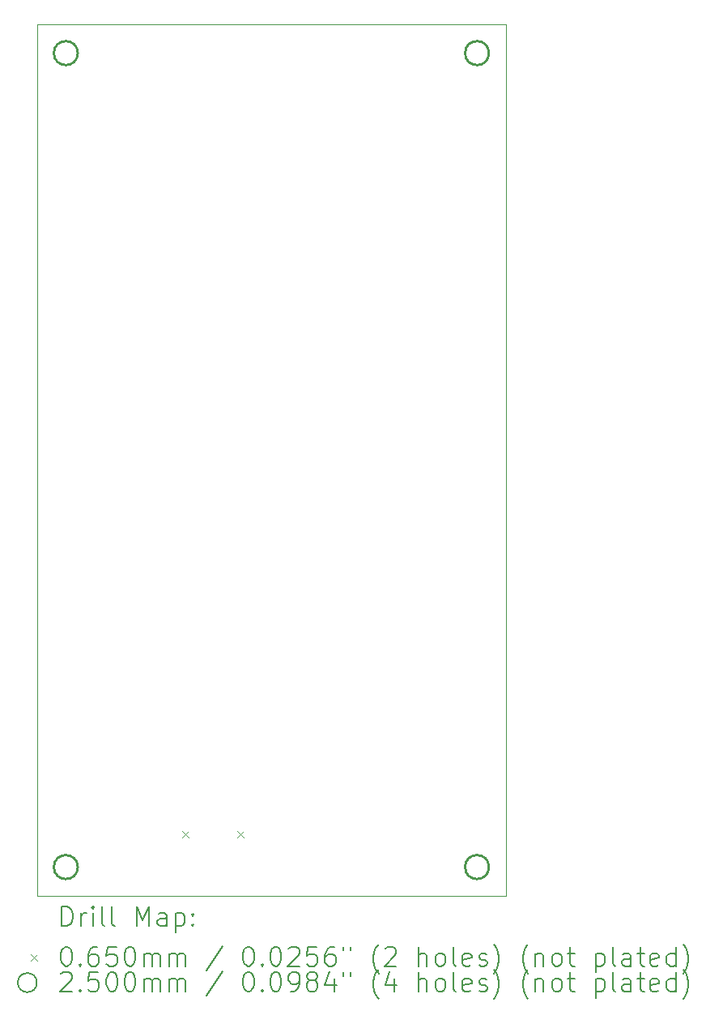
<source format=gbr>
%TF.GenerationSoftware,KiCad,Pcbnew,9.0.4*%
%TF.CreationDate,2025-08-31T12:15:00+02:00*%
%TF.ProjectId,tank_PCB,74616e6b-5f50-4434-922e-6b696361645f,rev?*%
%TF.SameCoordinates,Original*%
%TF.FileFunction,Drillmap*%
%TF.FilePolarity,Positive*%
%FSLAX45Y45*%
G04 Gerber Fmt 4.5, Leading zero omitted, Abs format (unit mm)*
G04 Created by KiCad (PCBNEW 9.0.4) date 2025-08-31 12:15:00*
%MOMM*%
%LPD*%
G01*
G04 APERTURE LIST*
%ADD10C,0.050000*%
%ADD11C,0.200000*%
%ADD12C,0.100000*%
%ADD13C,0.250000*%
G04 APERTURE END LIST*
D10*
X6000000Y-9000000D02*
X10900000Y-9000000D01*
X10900000Y-18100000D01*
X6000000Y-18100000D01*
X6000000Y-9000000D01*
D11*
D12*
X7518500Y-17424500D02*
X7583500Y-17489500D01*
X7583500Y-17424500D02*
X7518500Y-17489500D01*
X8096500Y-17424500D02*
X8161500Y-17489500D01*
X8161500Y-17424500D02*
X8096500Y-17489500D01*
D13*
X6425000Y-9300000D02*
G75*
G02*
X6175000Y-9300000I-125000J0D01*
G01*
X6175000Y-9300000D02*
G75*
G02*
X6425000Y-9300000I125000J0D01*
G01*
X6425000Y-17800000D02*
G75*
G02*
X6175000Y-17800000I-125000J0D01*
G01*
X6175000Y-17800000D02*
G75*
G02*
X6425000Y-17800000I125000J0D01*
G01*
X10725000Y-9300000D02*
G75*
G02*
X10475000Y-9300000I-125000J0D01*
G01*
X10475000Y-9300000D02*
G75*
G02*
X10725000Y-9300000I125000J0D01*
G01*
X10725000Y-17800000D02*
G75*
G02*
X10475000Y-17800000I-125000J0D01*
G01*
X10475000Y-17800000D02*
G75*
G02*
X10725000Y-17800000I125000J0D01*
G01*
D11*
X6258277Y-18413984D02*
X6258277Y-18213984D01*
X6258277Y-18213984D02*
X6305896Y-18213984D01*
X6305896Y-18213984D02*
X6334467Y-18223508D01*
X6334467Y-18223508D02*
X6353515Y-18242555D01*
X6353515Y-18242555D02*
X6363039Y-18261603D01*
X6363039Y-18261603D02*
X6372562Y-18299698D01*
X6372562Y-18299698D02*
X6372562Y-18328270D01*
X6372562Y-18328270D02*
X6363039Y-18366365D01*
X6363039Y-18366365D02*
X6353515Y-18385412D01*
X6353515Y-18385412D02*
X6334467Y-18404460D01*
X6334467Y-18404460D02*
X6305896Y-18413984D01*
X6305896Y-18413984D02*
X6258277Y-18413984D01*
X6458277Y-18413984D02*
X6458277Y-18280650D01*
X6458277Y-18318746D02*
X6467801Y-18299698D01*
X6467801Y-18299698D02*
X6477324Y-18290174D01*
X6477324Y-18290174D02*
X6496372Y-18280650D01*
X6496372Y-18280650D02*
X6515420Y-18280650D01*
X6582086Y-18413984D02*
X6582086Y-18280650D01*
X6582086Y-18213984D02*
X6572562Y-18223508D01*
X6572562Y-18223508D02*
X6582086Y-18233031D01*
X6582086Y-18233031D02*
X6591610Y-18223508D01*
X6591610Y-18223508D02*
X6582086Y-18213984D01*
X6582086Y-18213984D02*
X6582086Y-18233031D01*
X6705896Y-18413984D02*
X6686848Y-18404460D01*
X6686848Y-18404460D02*
X6677324Y-18385412D01*
X6677324Y-18385412D02*
X6677324Y-18213984D01*
X6810658Y-18413984D02*
X6791610Y-18404460D01*
X6791610Y-18404460D02*
X6782086Y-18385412D01*
X6782086Y-18385412D02*
X6782086Y-18213984D01*
X7039229Y-18413984D02*
X7039229Y-18213984D01*
X7039229Y-18213984D02*
X7105896Y-18356841D01*
X7105896Y-18356841D02*
X7172562Y-18213984D01*
X7172562Y-18213984D02*
X7172562Y-18413984D01*
X7353515Y-18413984D02*
X7353515Y-18309222D01*
X7353515Y-18309222D02*
X7343991Y-18290174D01*
X7343991Y-18290174D02*
X7324943Y-18280650D01*
X7324943Y-18280650D02*
X7286848Y-18280650D01*
X7286848Y-18280650D02*
X7267801Y-18290174D01*
X7353515Y-18404460D02*
X7334467Y-18413984D01*
X7334467Y-18413984D02*
X7286848Y-18413984D01*
X7286848Y-18413984D02*
X7267801Y-18404460D01*
X7267801Y-18404460D02*
X7258277Y-18385412D01*
X7258277Y-18385412D02*
X7258277Y-18366365D01*
X7258277Y-18366365D02*
X7267801Y-18347317D01*
X7267801Y-18347317D02*
X7286848Y-18337793D01*
X7286848Y-18337793D02*
X7334467Y-18337793D01*
X7334467Y-18337793D02*
X7353515Y-18328270D01*
X7448753Y-18280650D02*
X7448753Y-18480650D01*
X7448753Y-18290174D02*
X7467801Y-18280650D01*
X7467801Y-18280650D02*
X7505896Y-18280650D01*
X7505896Y-18280650D02*
X7524943Y-18290174D01*
X7524943Y-18290174D02*
X7534467Y-18299698D01*
X7534467Y-18299698D02*
X7543991Y-18318746D01*
X7543991Y-18318746D02*
X7543991Y-18375889D01*
X7543991Y-18375889D02*
X7534467Y-18394936D01*
X7534467Y-18394936D02*
X7524943Y-18404460D01*
X7524943Y-18404460D02*
X7505896Y-18413984D01*
X7505896Y-18413984D02*
X7467801Y-18413984D01*
X7467801Y-18413984D02*
X7448753Y-18404460D01*
X7629705Y-18394936D02*
X7639229Y-18404460D01*
X7639229Y-18404460D02*
X7629705Y-18413984D01*
X7629705Y-18413984D02*
X7620182Y-18404460D01*
X7620182Y-18404460D02*
X7629705Y-18394936D01*
X7629705Y-18394936D02*
X7629705Y-18413984D01*
X7629705Y-18290174D02*
X7639229Y-18299698D01*
X7639229Y-18299698D02*
X7629705Y-18309222D01*
X7629705Y-18309222D02*
X7620182Y-18299698D01*
X7620182Y-18299698D02*
X7629705Y-18290174D01*
X7629705Y-18290174D02*
X7629705Y-18309222D01*
D12*
X5932500Y-18710000D02*
X5997500Y-18775000D01*
X5997500Y-18710000D02*
X5932500Y-18775000D01*
D11*
X6296372Y-18633984D02*
X6315420Y-18633984D01*
X6315420Y-18633984D02*
X6334467Y-18643508D01*
X6334467Y-18643508D02*
X6343991Y-18653031D01*
X6343991Y-18653031D02*
X6353515Y-18672079D01*
X6353515Y-18672079D02*
X6363039Y-18710174D01*
X6363039Y-18710174D02*
X6363039Y-18757793D01*
X6363039Y-18757793D02*
X6353515Y-18795889D01*
X6353515Y-18795889D02*
X6343991Y-18814936D01*
X6343991Y-18814936D02*
X6334467Y-18824460D01*
X6334467Y-18824460D02*
X6315420Y-18833984D01*
X6315420Y-18833984D02*
X6296372Y-18833984D01*
X6296372Y-18833984D02*
X6277324Y-18824460D01*
X6277324Y-18824460D02*
X6267801Y-18814936D01*
X6267801Y-18814936D02*
X6258277Y-18795889D01*
X6258277Y-18795889D02*
X6248753Y-18757793D01*
X6248753Y-18757793D02*
X6248753Y-18710174D01*
X6248753Y-18710174D02*
X6258277Y-18672079D01*
X6258277Y-18672079D02*
X6267801Y-18653031D01*
X6267801Y-18653031D02*
X6277324Y-18643508D01*
X6277324Y-18643508D02*
X6296372Y-18633984D01*
X6448753Y-18814936D02*
X6458277Y-18824460D01*
X6458277Y-18824460D02*
X6448753Y-18833984D01*
X6448753Y-18833984D02*
X6439229Y-18824460D01*
X6439229Y-18824460D02*
X6448753Y-18814936D01*
X6448753Y-18814936D02*
X6448753Y-18833984D01*
X6629705Y-18633984D02*
X6591610Y-18633984D01*
X6591610Y-18633984D02*
X6572562Y-18643508D01*
X6572562Y-18643508D02*
X6563039Y-18653031D01*
X6563039Y-18653031D02*
X6543991Y-18681603D01*
X6543991Y-18681603D02*
X6534467Y-18719698D01*
X6534467Y-18719698D02*
X6534467Y-18795889D01*
X6534467Y-18795889D02*
X6543991Y-18814936D01*
X6543991Y-18814936D02*
X6553515Y-18824460D01*
X6553515Y-18824460D02*
X6572562Y-18833984D01*
X6572562Y-18833984D02*
X6610658Y-18833984D01*
X6610658Y-18833984D02*
X6629705Y-18824460D01*
X6629705Y-18824460D02*
X6639229Y-18814936D01*
X6639229Y-18814936D02*
X6648753Y-18795889D01*
X6648753Y-18795889D02*
X6648753Y-18748270D01*
X6648753Y-18748270D02*
X6639229Y-18729222D01*
X6639229Y-18729222D02*
X6629705Y-18719698D01*
X6629705Y-18719698D02*
X6610658Y-18710174D01*
X6610658Y-18710174D02*
X6572562Y-18710174D01*
X6572562Y-18710174D02*
X6553515Y-18719698D01*
X6553515Y-18719698D02*
X6543991Y-18729222D01*
X6543991Y-18729222D02*
X6534467Y-18748270D01*
X6829705Y-18633984D02*
X6734467Y-18633984D01*
X6734467Y-18633984D02*
X6724943Y-18729222D01*
X6724943Y-18729222D02*
X6734467Y-18719698D01*
X6734467Y-18719698D02*
X6753515Y-18710174D01*
X6753515Y-18710174D02*
X6801134Y-18710174D01*
X6801134Y-18710174D02*
X6820182Y-18719698D01*
X6820182Y-18719698D02*
X6829705Y-18729222D01*
X6829705Y-18729222D02*
X6839229Y-18748270D01*
X6839229Y-18748270D02*
X6839229Y-18795889D01*
X6839229Y-18795889D02*
X6829705Y-18814936D01*
X6829705Y-18814936D02*
X6820182Y-18824460D01*
X6820182Y-18824460D02*
X6801134Y-18833984D01*
X6801134Y-18833984D02*
X6753515Y-18833984D01*
X6753515Y-18833984D02*
X6734467Y-18824460D01*
X6734467Y-18824460D02*
X6724943Y-18814936D01*
X6963039Y-18633984D02*
X6982086Y-18633984D01*
X6982086Y-18633984D02*
X7001134Y-18643508D01*
X7001134Y-18643508D02*
X7010658Y-18653031D01*
X7010658Y-18653031D02*
X7020182Y-18672079D01*
X7020182Y-18672079D02*
X7029705Y-18710174D01*
X7029705Y-18710174D02*
X7029705Y-18757793D01*
X7029705Y-18757793D02*
X7020182Y-18795889D01*
X7020182Y-18795889D02*
X7010658Y-18814936D01*
X7010658Y-18814936D02*
X7001134Y-18824460D01*
X7001134Y-18824460D02*
X6982086Y-18833984D01*
X6982086Y-18833984D02*
X6963039Y-18833984D01*
X6963039Y-18833984D02*
X6943991Y-18824460D01*
X6943991Y-18824460D02*
X6934467Y-18814936D01*
X6934467Y-18814936D02*
X6924943Y-18795889D01*
X6924943Y-18795889D02*
X6915420Y-18757793D01*
X6915420Y-18757793D02*
X6915420Y-18710174D01*
X6915420Y-18710174D02*
X6924943Y-18672079D01*
X6924943Y-18672079D02*
X6934467Y-18653031D01*
X6934467Y-18653031D02*
X6943991Y-18643508D01*
X6943991Y-18643508D02*
X6963039Y-18633984D01*
X7115420Y-18833984D02*
X7115420Y-18700650D01*
X7115420Y-18719698D02*
X7124943Y-18710174D01*
X7124943Y-18710174D02*
X7143991Y-18700650D01*
X7143991Y-18700650D02*
X7172563Y-18700650D01*
X7172563Y-18700650D02*
X7191610Y-18710174D01*
X7191610Y-18710174D02*
X7201134Y-18729222D01*
X7201134Y-18729222D02*
X7201134Y-18833984D01*
X7201134Y-18729222D02*
X7210658Y-18710174D01*
X7210658Y-18710174D02*
X7229705Y-18700650D01*
X7229705Y-18700650D02*
X7258277Y-18700650D01*
X7258277Y-18700650D02*
X7277324Y-18710174D01*
X7277324Y-18710174D02*
X7286848Y-18729222D01*
X7286848Y-18729222D02*
X7286848Y-18833984D01*
X7382086Y-18833984D02*
X7382086Y-18700650D01*
X7382086Y-18719698D02*
X7391610Y-18710174D01*
X7391610Y-18710174D02*
X7410658Y-18700650D01*
X7410658Y-18700650D02*
X7439229Y-18700650D01*
X7439229Y-18700650D02*
X7458277Y-18710174D01*
X7458277Y-18710174D02*
X7467801Y-18729222D01*
X7467801Y-18729222D02*
X7467801Y-18833984D01*
X7467801Y-18729222D02*
X7477324Y-18710174D01*
X7477324Y-18710174D02*
X7496372Y-18700650D01*
X7496372Y-18700650D02*
X7524943Y-18700650D01*
X7524943Y-18700650D02*
X7543991Y-18710174D01*
X7543991Y-18710174D02*
X7553515Y-18729222D01*
X7553515Y-18729222D02*
X7553515Y-18833984D01*
X7943991Y-18624460D02*
X7772563Y-18881603D01*
X8201134Y-18633984D02*
X8220182Y-18633984D01*
X8220182Y-18633984D02*
X8239229Y-18643508D01*
X8239229Y-18643508D02*
X8248753Y-18653031D01*
X8248753Y-18653031D02*
X8258277Y-18672079D01*
X8258277Y-18672079D02*
X8267801Y-18710174D01*
X8267801Y-18710174D02*
X8267801Y-18757793D01*
X8267801Y-18757793D02*
X8258277Y-18795889D01*
X8258277Y-18795889D02*
X8248753Y-18814936D01*
X8248753Y-18814936D02*
X8239229Y-18824460D01*
X8239229Y-18824460D02*
X8220182Y-18833984D01*
X8220182Y-18833984D02*
X8201134Y-18833984D01*
X8201134Y-18833984D02*
X8182086Y-18824460D01*
X8182086Y-18824460D02*
X8172563Y-18814936D01*
X8172563Y-18814936D02*
X8163039Y-18795889D01*
X8163039Y-18795889D02*
X8153515Y-18757793D01*
X8153515Y-18757793D02*
X8153515Y-18710174D01*
X8153515Y-18710174D02*
X8163039Y-18672079D01*
X8163039Y-18672079D02*
X8172563Y-18653031D01*
X8172563Y-18653031D02*
X8182086Y-18643508D01*
X8182086Y-18643508D02*
X8201134Y-18633984D01*
X8353515Y-18814936D02*
X8363039Y-18824460D01*
X8363039Y-18824460D02*
X8353515Y-18833984D01*
X8353515Y-18833984D02*
X8343991Y-18824460D01*
X8343991Y-18824460D02*
X8353515Y-18814936D01*
X8353515Y-18814936D02*
X8353515Y-18833984D01*
X8486848Y-18633984D02*
X8505896Y-18633984D01*
X8505896Y-18633984D02*
X8524944Y-18643508D01*
X8524944Y-18643508D02*
X8534468Y-18653031D01*
X8534468Y-18653031D02*
X8543991Y-18672079D01*
X8543991Y-18672079D02*
X8553515Y-18710174D01*
X8553515Y-18710174D02*
X8553515Y-18757793D01*
X8553515Y-18757793D02*
X8543991Y-18795889D01*
X8543991Y-18795889D02*
X8534468Y-18814936D01*
X8534468Y-18814936D02*
X8524944Y-18824460D01*
X8524944Y-18824460D02*
X8505896Y-18833984D01*
X8505896Y-18833984D02*
X8486848Y-18833984D01*
X8486848Y-18833984D02*
X8467801Y-18824460D01*
X8467801Y-18824460D02*
X8458277Y-18814936D01*
X8458277Y-18814936D02*
X8448753Y-18795889D01*
X8448753Y-18795889D02*
X8439229Y-18757793D01*
X8439229Y-18757793D02*
X8439229Y-18710174D01*
X8439229Y-18710174D02*
X8448753Y-18672079D01*
X8448753Y-18672079D02*
X8458277Y-18653031D01*
X8458277Y-18653031D02*
X8467801Y-18643508D01*
X8467801Y-18643508D02*
X8486848Y-18633984D01*
X8629706Y-18653031D02*
X8639229Y-18643508D01*
X8639229Y-18643508D02*
X8658277Y-18633984D01*
X8658277Y-18633984D02*
X8705896Y-18633984D01*
X8705896Y-18633984D02*
X8724944Y-18643508D01*
X8724944Y-18643508D02*
X8734468Y-18653031D01*
X8734468Y-18653031D02*
X8743991Y-18672079D01*
X8743991Y-18672079D02*
X8743991Y-18691127D01*
X8743991Y-18691127D02*
X8734468Y-18719698D01*
X8734468Y-18719698D02*
X8620182Y-18833984D01*
X8620182Y-18833984D02*
X8743991Y-18833984D01*
X8924944Y-18633984D02*
X8829706Y-18633984D01*
X8829706Y-18633984D02*
X8820182Y-18729222D01*
X8820182Y-18729222D02*
X8829706Y-18719698D01*
X8829706Y-18719698D02*
X8848753Y-18710174D01*
X8848753Y-18710174D02*
X8896372Y-18710174D01*
X8896372Y-18710174D02*
X8915420Y-18719698D01*
X8915420Y-18719698D02*
X8924944Y-18729222D01*
X8924944Y-18729222D02*
X8934468Y-18748270D01*
X8934468Y-18748270D02*
X8934468Y-18795889D01*
X8934468Y-18795889D02*
X8924944Y-18814936D01*
X8924944Y-18814936D02*
X8915420Y-18824460D01*
X8915420Y-18824460D02*
X8896372Y-18833984D01*
X8896372Y-18833984D02*
X8848753Y-18833984D01*
X8848753Y-18833984D02*
X8829706Y-18824460D01*
X8829706Y-18824460D02*
X8820182Y-18814936D01*
X9105896Y-18633984D02*
X9067801Y-18633984D01*
X9067801Y-18633984D02*
X9048753Y-18643508D01*
X9048753Y-18643508D02*
X9039229Y-18653031D01*
X9039229Y-18653031D02*
X9020182Y-18681603D01*
X9020182Y-18681603D02*
X9010658Y-18719698D01*
X9010658Y-18719698D02*
X9010658Y-18795889D01*
X9010658Y-18795889D02*
X9020182Y-18814936D01*
X9020182Y-18814936D02*
X9029706Y-18824460D01*
X9029706Y-18824460D02*
X9048753Y-18833984D01*
X9048753Y-18833984D02*
X9086849Y-18833984D01*
X9086849Y-18833984D02*
X9105896Y-18824460D01*
X9105896Y-18824460D02*
X9115420Y-18814936D01*
X9115420Y-18814936D02*
X9124944Y-18795889D01*
X9124944Y-18795889D02*
X9124944Y-18748270D01*
X9124944Y-18748270D02*
X9115420Y-18729222D01*
X9115420Y-18729222D02*
X9105896Y-18719698D01*
X9105896Y-18719698D02*
X9086849Y-18710174D01*
X9086849Y-18710174D02*
X9048753Y-18710174D01*
X9048753Y-18710174D02*
X9029706Y-18719698D01*
X9029706Y-18719698D02*
X9020182Y-18729222D01*
X9020182Y-18729222D02*
X9010658Y-18748270D01*
X9201134Y-18633984D02*
X9201134Y-18672079D01*
X9277325Y-18633984D02*
X9277325Y-18672079D01*
X9572563Y-18910174D02*
X9563039Y-18900650D01*
X9563039Y-18900650D02*
X9543991Y-18872079D01*
X9543991Y-18872079D02*
X9534468Y-18853031D01*
X9534468Y-18853031D02*
X9524944Y-18824460D01*
X9524944Y-18824460D02*
X9515420Y-18776841D01*
X9515420Y-18776841D02*
X9515420Y-18738746D01*
X9515420Y-18738746D02*
X9524944Y-18691127D01*
X9524944Y-18691127D02*
X9534468Y-18662555D01*
X9534468Y-18662555D02*
X9543991Y-18643508D01*
X9543991Y-18643508D02*
X9563039Y-18614936D01*
X9563039Y-18614936D02*
X9572563Y-18605412D01*
X9639230Y-18653031D02*
X9648753Y-18643508D01*
X9648753Y-18643508D02*
X9667801Y-18633984D01*
X9667801Y-18633984D02*
X9715420Y-18633984D01*
X9715420Y-18633984D02*
X9734468Y-18643508D01*
X9734468Y-18643508D02*
X9743991Y-18653031D01*
X9743991Y-18653031D02*
X9753515Y-18672079D01*
X9753515Y-18672079D02*
X9753515Y-18691127D01*
X9753515Y-18691127D02*
X9743991Y-18719698D01*
X9743991Y-18719698D02*
X9629706Y-18833984D01*
X9629706Y-18833984D02*
X9753515Y-18833984D01*
X9991611Y-18833984D02*
X9991611Y-18633984D01*
X10077325Y-18833984D02*
X10077325Y-18729222D01*
X10077325Y-18729222D02*
X10067801Y-18710174D01*
X10067801Y-18710174D02*
X10048753Y-18700650D01*
X10048753Y-18700650D02*
X10020182Y-18700650D01*
X10020182Y-18700650D02*
X10001134Y-18710174D01*
X10001134Y-18710174D02*
X9991611Y-18719698D01*
X10201134Y-18833984D02*
X10182087Y-18824460D01*
X10182087Y-18824460D02*
X10172563Y-18814936D01*
X10172563Y-18814936D02*
X10163039Y-18795889D01*
X10163039Y-18795889D02*
X10163039Y-18738746D01*
X10163039Y-18738746D02*
X10172563Y-18719698D01*
X10172563Y-18719698D02*
X10182087Y-18710174D01*
X10182087Y-18710174D02*
X10201134Y-18700650D01*
X10201134Y-18700650D02*
X10229706Y-18700650D01*
X10229706Y-18700650D02*
X10248753Y-18710174D01*
X10248753Y-18710174D02*
X10258277Y-18719698D01*
X10258277Y-18719698D02*
X10267801Y-18738746D01*
X10267801Y-18738746D02*
X10267801Y-18795889D01*
X10267801Y-18795889D02*
X10258277Y-18814936D01*
X10258277Y-18814936D02*
X10248753Y-18824460D01*
X10248753Y-18824460D02*
X10229706Y-18833984D01*
X10229706Y-18833984D02*
X10201134Y-18833984D01*
X10382087Y-18833984D02*
X10363039Y-18824460D01*
X10363039Y-18824460D02*
X10353515Y-18805412D01*
X10353515Y-18805412D02*
X10353515Y-18633984D01*
X10534468Y-18824460D02*
X10515420Y-18833984D01*
X10515420Y-18833984D02*
X10477325Y-18833984D01*
X10477325Y-18833984D02*
X10458277Y-18824460D01*
X10458277Y-18824460D02*
X10448753Y-18805412D01*
X10448753Y-18805412D02*
X10448753Y-18729222D01*
X10448753Y-18729222D02*
X10458277Y-18710174D01*
X10458277Y-18710174D02*
X10477325Y-18700650D01*
X10477325Y-18700650D02*
X10515420Y-18700650D01*
X10515420Y-18700650D02*
X10534468Y-18710174D01*
X10534468Y-18710174D02*
X10543992Y-18729222D01*
X10543992Y-18729222D02*
X10543992Y-18748270D01*
X10543992Y-18748270D02*
X10448753Y-18767317D01*
X10620182Y-18824460D02*
X10639230Y-18833984D01*
X10639230Y-18833984D02*
X10677325Y-18833984D01*
X10677325Y-18833984D02*
X10696373Y-18824460D01*
X10696373Y-18824460D02*
X10705896Y-18805412D01*
X10705896Y-18805412D02*
X10705896Y-18795889D01*
X10705896Y-18795889D02*
X10696373Y-18776841D01*
X10696373Y-18776841D02*
X10677325Y-18767317D01*
X10677325Y-18767317D02*
X10648753Y-18767317D01*
X10648753Y-18767317D02*
X10629706Y-18757793D01*
X10629706Y-18757793D02*
X10620182Y-18738746D01*
X10620182Y-18738746D02*
X10620182Y-18729222D01*
X10620182Y-18729222D02*
X10629706Y-18710174D01*
X10629706Y-18710174D02*
X10648753Y-18700650D01*
X10648753Y-18700650D02*
X10677325Y-18700650D01*
X10677325Y-18700650D02*
X10696373Y-18710174D01*
X10772563Y-18910174D02*
X10782087Y-18900650D01*
X10782087Y-18900650D02*
X10801134Y-18872079D01*
X10801134Y-18872079D02*
X10810658Y-18853031D01*
X10810658Y-18853031D02*
X10820182Y-18824460D01*
X10820182Y-18824460D02*
X10829706Y-18776841D01*
X10829706Y-18776841D02*
X10829706Y-18738746D01*
X10829706Y-18738746D02*
X10820182Y-18691127D01*
X10820182Y-18691127D02*
X10810658Y-18662555D01*
X10810658Y-18662555D02*
X10801134Y-18643508D01*
X10801134Y-18643508D02*
X10782087Y-18614936D01*
X10782087Y-18614936D02*
X10772563Y-18605412D01*
X11134468Y-18910174D02*
X11124944Y-18900650D01*
X11124944Y-18900650D02*
X11105896Y-18872079D01*
X11105896Y-18872079D02*
X11096373Y-18853031D01*
X11096373Y-18853031D02*
X11086849Y-18824460D01*
X11086849Y-18824460D02*
X11077325Y-18776841D01*
X11077325Y-18776841D02*
X11077325Y-18738746D01*
X11077325Y-18738746D02*
X11086849Y-18691127D01*
X11086849Y-18691127D02*
X11096373Y-18662555D01*
X11096373Y-18662555D02*
X11105896Y-18643508D01*
X11105896Y-18643508D02*
X11124944Y-18614936D01*
X11124944Y-18614936D02*
X11134468Y-18605412D01*
X11210658Y-18700650D02*
X11210658Y-18833984D01*
X11210658Y-18719698D02*
X11220182Y-18710174D01*
X11220182Y-18710174D02*
X11239230Y-18700650D01*
X11239230Y-18700650D02*
X11267801Y-18700650D01*
X11267801Y-18700650D02*
X11286849Y-18710174D01*
X11286849Y-18710174D02*
X11296372Y-18729222D01*
X11296372Y-18729222D02*
X11296372Y-18833984D01*
X11420182Y-18833984D02*
X11401134Y-18824460D01*
X11401134Y-18824460D02*
X11391611Y-18814936D01*
X11391611Y-18814936D02*
X11382087Y-18795889D01*
X11382087Y-18795889D02*
X11382087Y-18738746D01*
X11382087Y-18738746D02*
X11391611Y-18719698D01*
X11391611Y-18719698D02*
X11401134Y-18710174D01*
X11401134Y-18710174D02*
X11420182Y-18700650D01*
X11420182Y-18700650D02*
X11448753Y-18700650D01*
X11448753Y-18700650D02*
X11467801Y-18710174D01*
X11467801Y-18710174D02*
X11477325Y-18719698D01*
X11477325Y-18719698D02*
X11486849Y-18738746D01*
X11486849Y-18738746D02*
X11486849Y-18795889D01*
X11486849Y-18795889D02*
X11477325Y-18814936D01*
X11477325Y-18814936D02*
X11467801Y-18824460D01*
X11467801Y-18824460D02*
X11448753Y-18833984D01*
X11448753Y-18833984D02*
X11420182Y-18833984D01*
X11543992Y-18700650D02*
X11620182Y-18700650D01*
X11572563Y-18633984D02*
X11572563Y-18805412D01*
X11572563Y-18805412D02*
X11582087Y-18824460D01*
X11582087Y-18824460D02*
X11601134Y-18833984D01*
X11601134Y-18833984D02*
X11620182Y-18833984D01*
X11839230Y-18700650D02*
X11839230Y-18900650D01*
X11839230Y-18710174D02*
X11858277Y-18700650D01*
X11858277Y-18700650D02*
X11896373Y-18700650D01*
X11896373Y-18700650D02*
X11915420Y-18710174D01*
X11915420Y-18710174D02*
X11924944Y-18719698D01*
X11924944Y-18719698D02*
X11934468Y-18738746D01*
X11934468Y-18738746D02*
X11934468Y-18795889D01*
X11934468Y-18795889D02*
X11924944Y-18814936D01*
X11924944Y-18814936D02*
X11915420Y-18824460D01*
X11915420Y-18824460D02*
X11896373Y-18833984D01*
X11896373Y-18833984D02*
X11858277Y-18833984D01*
X11858277Y-18833984D02*
X11839230Y-18824460D01*
X12048753Y-18833984D02*
X12029706Y-18824460D01*
X12029706Y-18824460D02*
X12020182Y-18805412D01*
X12020182Y-18805412D02*
X12020182Y-18633984D01*
X12210658Y-18833984D02*
X12210658Y-18729222D01*
X12210658Y-18729222D02*
X12201134Y-18710174D01*
X12201134Y-18710174D02*
X12182087Y-18700650D01*
X12182087Y-18700650D02*
X12143992Y-18700650D01*
X12143992Y-18700650D02*
X12124944Y-18710174D01*
X12210658Y-18824460D02*
X12191611Y-18833984D01*
X12191611Y-18833984D02*
X12143992Y-18833984D01*
X12143992Y-18833984D02*
X12124944Y-18824460D01*
X12124944Y-18824460D02*
X12115420Y-18805412D01*
X12115420Y-18805412D02*
X12115420Y-18786365D01*
X12115420Y-18786365D02*
X12124944Y-18767317D01*
X12124944Y-18767317D02*
X12143992Y-18757793D01*
X12143992Y-18757793D02*
X12191611Y-18757793D01*
X12191611Y-18757793D02*
X12210658Y-18748270D01*
X12277325Y-18700650D02*
X12353515Y-18700650D01*
X12305896Y-18633984D02*
X12305896Y-18805412D01*
X12305896Y-18805412D02*
X12315420Y-18824460D01*
X12315420Y-18824460D02*
X12334468Y-18833984D01*
X12334468Y-18833984D02*
X12353515Y-18833984D01*
X12496373Y-18824460D02*
X12477325Y-18833984D01*
X12477325Y-18833984D02*
X12439230Y-18833984D01*
X12439230Y-18833984D02*
X12420182Y-18824460D01*
X12420182Y-18824460D02*
X12410658Y-18805412D01*
X12410658Y-18805412D02*
X12410658Y-18729222D01*
X12410658Y-18729222D02*
X12420182Y-18710174D01*
X12420182Y-18710174D02*
X12439230Y-18700650D01*
X12439230Y-18700650D02*
X12477325Y-18700650D01*
X12477325Y-18700650D02*
X12496373Y-18710174D01*
X12496373Y-18710174D02*
X12505896Y-18729222D01*
X12505896Y-18729222D02*
X12505896Y-18748270D01*
X12505896Y-18748270D02*
X12410658Y-18767317D01*
X12677325Y-18833984D02*
X12677325Y-18633984D01*
X12677325Y-18824460D02*
X12658277Y-18833984D01*
X12658277Y-18833984D02*
X12620182Y-18833984D01*
X12620182Y-18833984D02*
X12601134Y-18824460D01*
X12601134Y-18824460D02*
X12591611Y-18814936D01*
X12591611Y-18814936D02*
X12582087Y-18795889D01*
X12582087Y-18795889D02*
X12582087Y-18738746D01*
X12582087Y-18738746D02*
X12591611Y-18719698D01*
X12591611Y-18719698D02*
X12601134Y-18710174D01*
X12601134Y-18710174D02*
X12620182Y-18700650D01*
X12620182Y-18700650D02*
X12658277Y-18700650D01*
X12658277Y-18700650D02*
X12677325Y-18710174D01*
X12753515Y-18910174D02*
X12763039Y-18900650D01*
X12763039Y-18900650D02*
X12782087Y-18872079D01*
X12782087Y-18872079D02*
X12791611Y-18853031D01*
X12791611Y-18853031D02*
X12801134Y-18824460D01*
X12801134Y-18824460D02*
X12810658Y-18776841D01*
X12810658Y-18776841D02*
X12810658Y-18738746D01*
X12810658Y-18738746D02*
X12801134Y-18691127D01*
X12801134Y-18691127D02*
X12791611Y-18662555D01*
X12791611Y-18662555D02*
X12782087Y-18643508D01*
X12782087Y-18643508D02*
X12763039Y-18614936D01*
X12763039Y-18614936D02*
X12753515Y-18605412D01*
X5997500Y-19006500D02*
G75*
G02*
X5797500Y-19006500I-100000J0D01*
G01*
X5797500Y-19006500D02*
G75*
G02*
X5997500Y-19006500I100000J0D01*
G01*
X6248753Y-18917031D02*
X6258277Y-18907508D01*
X6258277Y-18907508D02*
X6277324Y-18897984D01*
X6277324Y-18897984D02*
X6324943Y-18897984D01*
X6324943Y-18897984D02*
X6343991Y-18907508D01*
X6343991Y-18907508D02*
X6353515Y-18917031D01*
X6353515Y-18917031D02*
X6363039Y-18936079D01*
X6363039Y-18936079D02*
X6363039Y-18955127D01*
X6363039Y-18955127D02*
X6353515Y-18983698D01*
X6353515Y-18983698D02*
X6239229Y-19097984D01*
X6239229Y-19097984D02*
X6363039Y-19097984D01*
X6448753Y-19078936D02*
X6458277Y-19088460D01*
X6458277Y-19088460D02*
X6448753Y-19097984D01*
X6448753Y-19097984D02*
X6439229Y-19088460D01*
X6439229Y-19088460D02*
X6448753Y-19078936D01*
X6448753Y-19078936D02*
X6448753Y-19097984D01*
X6639229Y-18897984D02*
X6543991Y-18897984D01*
X6543991Y-18897984D02*
X6534467Y-18993222D01*
X6534467Y-18993222D02*
X6543991Y-18983698D01*
X6543991Y-18983698D02*
X6563039Y-18974174D01*
X6563039Y-18974174D02*
X6610658Y-18974174D01*
X6610658Y-18974174D02*
X6629705Y-18983698D01*
X6629705Y-18983698D02*
X6639229Y-18993222D01*
X6639229Y-18993222D02*
X6648753Y-19012270D01*
X6648753Y-19012270D02*
X6648753Y-19059889D01*
X6648753Y-19059889D02*
X6639229Y-19078936D01*
X6639229Y-19078936D02*
X6629705Y-19088460D01*
X6629705Y-19088460D02*
X6610658Y-19097984D01*
X6610658Y-19097984D02*
X6563039Y-19097984D01*
X6563039Y-19097984D02*
X6543991Y-19088460D01*
X6543991Y-19088460D02*
X6534467Y-19078936D01*
X6772562Y-18897984D02*
X6791610Y-18897984D01*
X6791610Y-18897984D02*
X6810658Y-18907508D01*
X6810658Y-18907508D02*
X6820182Y-18917031D01*
X6820182Y-18917031D02*
X6829705Y-18936079D01*
X6829705Y-18936079D02*
X6839229Y-18974174D01*
X6839229Y-18974174D02*
X6839229Y-19021793D01*
X6839229Y-19021793D02*
X6829705Y-19059889D01*
X6829705Y-19059889D02*
X6820182Y-19078936D01*
X6820182Y-19078936D02*
X6810658Y-19088460D01*
X6810658Y-19088460D02*
X6791610Y-19097984D01*
X6791610Y-19097984D02*
X6772562Y-19097984D01*
X6772562Y-19097984D02*
X6753515Y-19088460D01*
X6753515Y-19088460D02*
X6743991Y-19078936D01*
X6743991Y-19078936D02*
X6734467Y-19059889D01*
X6734467Y-19059889D02*
X6724943Y-19021793D01*
X6724943Y-19021793D02*
X6724943Y-18974174D01*
X6724943Y-18974174D02*
X6734467Y-18936079D01*
X6734467Y-18936079D02*
X6743991Y-18917031D01*
X6743991Y-18917031D02*
X6753515Y-18907508D01*
X6753515Y-18907508D02*
X6772562Y-18897984D01*
X6963039Y-18897984D02*
X6982086Y-18897984D01*
X6982086Y-18897984D02*
X7001134Y-18907508D01*
X7001134Y-18907508D02*
X7010658Y-18917031D01*
X7010658Y-18917031D02*
X7020182Y-18936079D01*
X7020182Y-18936079D02*
X7029705Y-18974174D01*
X7029705Y-18974174D02*
X7029705Y-19021793D01*
X7029705Y-19021793D02*
X7020182Y-19059889D01*
X7020182Y-19059889D02*
X7010658Y-19078936D01*
X7010658Y-19078936D02*
X7001134Y-19088460D01*
X7001134Y-19088460D02*
X6982086Y-19097984D01*
X6982086Y-19097984D02*
X6963039Y-19097984D01*
X6963039Y-19097984D02*
X6943991Y-19088460D01*
X6943991Y-19088460D02*
X6934467Y-19078936D01*
X6934467Y-19078936D02*
X6924943Y-19059889D01*
X6924943Y-19059889D02*
X6915420Y-19021793D01*
X6915420Y-19021793D02*
X6915420Y-18974174D01*
X6915420Y-18974174D02*
X6924943Y-18936079D01*
X6924943Y-18936079D02*
X6934467Y-18917031D01*
X6934467Y-18917031D02*
X6943991Y-18907508D01*
X6943991Y-18907508D02*
X6963039Y-18897984D01*
X7115420Y-19097984D02*
X7115420Y-18964650D01*
X7115420Y-18983698D02*
X7124943Y-18974174D01*
X7124943Y-18974174D02*
X7143991Y-18964650D01*
X7143991Y-18964650D02*
X7172563Y-18964650D01*
X7172563Y-18964650D02*
X7191610Y-18974174D01*
X7191610Y-18974174D02*
X7201134Y-18993222D01*
X7201134Y-18993222D02*
X7201134Y-19097984D01*
X7201134Y-18993222D02*
X7210658Y-18974174D01*
X7210658Y-18974174D02*
X7229705Y-18964650D01*
X7229705Y-18964650D02*
X7258277Y-18964650D01*
X7258277Y-18964650D02*
X7277324Y-18974174D01*
X7277324Y-18974174D02*
X7286848Y-18993222D01*
X7286848Y-18993222D02*
X7286848Y-19097984D01*
X7382086Y-19097984D02*
X7382086Y-18964650D01*
X7382086Y-18983698D02*
X7391610Y-18974174D01*
X7391610Y-18974174D02*
X7410658Y-18964650D01*
X7410658Y-18964650D02*
X7439229Y-18964650D01*
X7439229Y-18964650D02*
X7458277Y-18974174D01*
X7458277Y-18974174D02*
X7467801Y-18993222D01*
X7467801Y-18993222D02*
X7467801Y-19097984D01*
X7467801Y-18993222D02*
X7477324Y-18974174D01*
X7477324Y-18974174D02*
X7496372Y-18964650D01*
X7496372Y-18964650D02*
X7524943Y-18964650D01*
X7524943Y-18964650D02*
X7543991Y-18974174D01*
X7543991Y-18974174D02*
X7553515Y-18993222D01*
X7553515Y-18993222D02*
X7553515Y-19097984D01*
X7943991Y-18888460D02*
X7772563Y-19145603D01*
X8201134Y-18897984D02*
X8220182Y-18897984D01*
X8220182Y-18897984D02*
X8239229Y-18907508D01*
X8239229Y-18907508D02*
X8248753Y-18917031D01*
X8248753Y-18917031D02*
X8258277Y-18936079D01*
X8258277Y-18936079D02*
X8267801Y-18974174D01*
X8267801Y-18974174D02*
X8267801Y-19021793D01*
X8267801Y-19021793D02*
X8258277Y-19059889D01*
X8258277Y-19059889D02*
X8248753Y-19078936D01*
X8248753Y-19078936D02*
X8239229Y-19088460D01*
X8239229Y-19088460D02*
X8220182Y-19097984D01*
X8220182Y-19097984D02*
X8201134Y-19097984D01*
X8201134Y-19097984D02*
X8182086Y-19088460D01*
X8182086Y-19088460D02*
X8172563Y-19078936D01*
X8172563Y-19078936D02*
X8163039Y-19059889D01*
X8163039Y-19059889D02*
X8153515Y-19021793D01*
X8153515Y-19021793D02*
X8153515Y-18974174D01*
X8153515Y-18974174D02*
X8163039Y-18936079D01*
X8163039Y-18936079D02*
X8172563Y-18917031D01*
X8172563Y-18917031D02*
X8182086Y-18907508D01*
X8182086Y-18907508D02*
X8201134Y-18897984D01*
X8353515Y-19078936D02*
X8363039Y-19088460D01*
X8363039Y-19088460D02*
X8353515Y-19097984D01*
X8353515Y-19097984D02*
X8343991Y-19088460D01*
X8343991Y-19088460D02*
X8353515Y-19078936D01*
X8353515Y-19078936D02*
X8353515Y-19097984D01*
X8486848Y-18897984D02*
X8505896Y-18897984D01*
X8505896Y-18897984D02*
X8524944Y-18907508D01*
X8524944Y-18907508D02*
X8534468Y-18917031D01*
X8534468Y-18917031D02*
X8543991Y-18936079D01*
X8543991Y-18936079D02*
X8553515Y-18974174D01*
X8553515Y-18974174D02*
X8553515Y-19021793D01*
X8553515Y-19021793D02*
X8543991Y-19059889D01*
X8543991Y-19059889D02*
X8534468Y-19078936D01*
X8534468Y-19078936D02*
X8524944Y-19088460D01*
X8524944Y-19088460D02*
X8505896Y-19097984D01*
X8505896Y-19097984D02*
X8486848Y-19097984D01*
X8486848Y-19097984D02*
X8467801Y-19088460D01*
X8467801Y-19088460D02*
X8458277Y-19078936D01*
X8458277Y-19078936D02*
X8448753Y-19059889D01*
X8448753Y-19059889D02*
X8439229Y-19021793D01*
X8439229Y-19021793D02*
X8439229Y-18974174D01*
X8439229Y-18974174D02*
X8448753Y-18936079D01*
X8448753Y-18936079D02*
X8458277Y-18917031D01*
X8458277Y-18917031D02*
X8467801Y-18907508D01*
X8467801Y-18907508D02*
X8486848Y-18897984D01*
X8648753Y-19097984D02*
X8686848Y-19097984D01*
X8686848Y-19097984D02*
X8705896Y-19088460D01*
X8705896Y-19088460D02*
X8715420Y-19078936D01*
X8715420Y-19078936D02*
X8734468Y-19050365D01*
X8734468Y-19050365D02*
X8743991Y-19012270D01*
X8743991Y-19012270D02*
X8743991Y-18936079D01*
X8743991Y-18936079D02*
X8734468Y-18917031D01*
X8734468Y-18917031D02*
X8724944Y-18907508D01*
X8724944Y-18907508D02*
X8705896Y-18897984D01*
X8705896Y-18897984D02*
X8667801Y-18897984D01*
X8667801Y-18897984D02*
X8648753Y-18907508D01*
X8648753Y-18907508D02*
X8639229Y-18917031D01*
X8639229Y-18917031D02*
X8629706Y-18936079D01*
X8629706Y-18936079D02*
X8629706Y-18983698D01*
X8629706Y-18983698D02*
X8639229Y-19002746D01*
X8639229Y-19002746D02*
X8648753Y-19012270D01*
X8648753Y-19012270D02*
X8667801Y-19021793D01*
X8667801Y-19021793D02*
X8705896Y-19021793D01*
X8705896Y-19021793D02*
X8724944Y-19012270D01*
X8724944Y-19012270D02*
X8734468Y-19002746D01*
X8734468Y-19002746D02*
X8743991Y-18983698D01*
X8858277Y-18983698D02*
X8839229Y-18974174D01*
X8839229Y-18974174D02*
X8829706Y-18964650D01*
X8829706Y-18964650D02*
X8820182Y-18945603D01*
X8820182Y-18945603D02*
X8820182Y-18936079D01*
X8820182Y-18936079D02*
X8829706Y-18917031D01*
X8829706Y-18917031D02*
X8839229Y-18907508D01*
X8839229Y-18907508D02*
X8858277Y-18897984D01*
X8858277Y-18897984D02*
X8896372Y-18897984D01*
X8896372Y-18897984D02*
X8915420Y-18907508D01*
X8915420Y-18907508D02*
X8924944Y-18917031D01*
X8924944Y-18917031D02*
X8934468Y-18936079D01*
X8934468Y-18936079D02*
X8934468Y-18945603D01*
X8934468Y-18945603D02*
X8924944Y-18964650D01*
X8924944Y-18964650D02*
X8915420Y-18974174D01*
X8915420Y-18974174D02*
X8896372Y-18983698D01*
X8896372Y-18983698D02*
X8858277Y-18983698D01*
X8858277Y-18983698D02*
X8839229Y-18993222D01*
X8839229Y-18993222D02*
X8829706Y-19002746D01*
X8829706Y-19002746D02*
X8820182Y-19021793D01*
X8820182Y-19021793D02*
X8820182Y-19059889D01*
X8820182Y-19059889D02*
X8829706Y-19078936D01*
X8829706Y-19078936D02*
X8839229Y-19088460D01*
X8839229Y-19088460D02*
X8858277Y-19097984D01*
X8858277Y-19097984D02*
X8896372Y-19097984D01*
X8896372Y-19097984D02*
X8915420Y-19088460D01*
X8915420Y-19088460D02*
X8924944Y-19078936D01*
X8924944Y-19078936D02*
X8934468Y-19059889D01*
X8934468Y-19059889D02*
X8934468Y-19021793D01*
X8934468Y-19021793D02*
X8924944Y-19002746D01*
X8924944Y-19002746D02*
X8915420Y-18993222D01*
X8915420Y-18993222D02*
X8896372Y-18983698D01*
X9105896Y-18964650D02*
X9105896Y-19097984D01*
X9058277Y-18888460D02*
X9010658Y-19031317D01*
X9010658Y-19031317D02*
X9134468Y-19031317D01*
X9201134Y-18897984D02*
X9201134Y-18936079D01*
X9277325Y-18897984D02*
X9277325Y-18936079D01*
X9572563Y-19174174D02*
X9563039Y-19164650D01*
X9563039Y-19164650D02*
X9543991Y-19136079D01*
X9543991Y-19136079D02*
X9534468Y-19117031D01*
X9534468Y-19117031D02*
X9524944Y-19088460D01*
X9524944Y-19088460D02*
X9515420Y-19040841D01*
X9515420Y-19040841D02*
X9515420Y-19002746D01*
X9515420Y-19002746D02*
X9524944Y-18955127D01*
X9524944Y-18955127D02*
X9534468Y-18926555D01*
X9534468Y-18926555D02*
X9543991Y-18907508D01*
X9543991Y-18907508D02*
X9563039Y-18878936D01*
X9563039Y-18878936D02*
X9572563Y-18869412D01*
X9734468Y-18964650D02*
X9734468Y-19097984D01*
X9686849Y-18888460D02*
X9639230Y-19031317D01*
X9639230Y-19031317D02*
X9763039Y-19031317D01*
X9991611Y-19097984D02*
X9991611Y-18897984D01*
X10077325Y-19097984D02*
X10077325Y-18993222D01*
X10077325Y-18993222D02*
X10067801Y-18974174D01*
X10067801Y-18974174D02*
X10048753Y-18964650D01*
X10048753Y-18964650D02*
X10020182Y-18964650D01*
X10020182Y-18964650D02*
X10001134Y-18974174D01*
X10001134Y-18974174D02*
X9991611Y-18983698D01*
X10201134Y-19097984D02*
X10182087Y-19088460D01*
X10182087Y-19088460D02*
X10172563Y-19078936D01*
X10172563Y-19078936D02*
X10163039Y-19059889D01*
X10163039Y-19059889D02*
X10163039Y-19002746D01*
X10163039Y-19002746D02*
X10172563Y-18983698D01*
X10172563Y-18983698D02*
X10182087Y-18974174D01*
X10182087Y-18974174D02*
X10201134Y-18964650D01*
X10201134Y-18964650D02*
X10229706Y-18964650D01*
X10229706Y-18964650D02*
X10248753Y-18974174D01*
X10248753Y-18974174D02*
X10258277Y-18983698D01*
X10258277Y-18983698D02*
X10267801Y-19002746D01*
X10267801Y-19002746D02*
X10267801Y-19059889D01*
X10267801Y-19059889D02*
X10258277Y-19078936D01*
X10258277Y-19078936D02*
X10248753Y-19088460D01*
X10248753Y-19088460D02*
X10229706Y-19097984D01*
X10229706Y-19097984D02*
X10201134Y-19097984D01*
X10382087Y-19097984D02*
X10363039Y-19088460D01*
X10363039Y-19088460D02*
X10353515Y-19069412D01*
X10353515Y-19069412D02*
X10353515Y-18897984D01*
X10534468Y-19088460D02*
X10515420Y-19097984D01*
X10515420Y-19097984D02*
X10477325Y-19097984D01*
X10477325Y-19097984D02*
X10458277Y-19088460D01*
X10458277Y-19088460D02*
X10448753Y-19069412D01*
X10448753Y-19069412D02*
X10448753Y-18993222D01*
X10448753Y-18993222D02*
X10458277Y-18974174D01*
X10458277Y-18974174D02*
X10477325Y-18964650D01*
X10477325Y-18964650D02*
X10515420Y-18964650D01*
X10515420Y-18964650D02*
X10534468Y-18974174D01*
X10534468Y-18974174D02*
X10543992Y-18993222D01*
X10543992Y-18993222D02*
X10543992Y-19012270D01*
X10543992Y-19012270D02*
X10448753Y-19031317D01*
X10620182Y-19088460D02*
X10639230Y-19097984D01*
X10639230Y-19097984D02*
X10677325Y-19097984D01*
X10677325Y-19097984D02*
X10696373Y-19088460D01*
X10696373Y-19088460D02*
X10705896Y-19069412D01*
X10705896Y-19069412D02*
X10705896Y-19059889D01*
X10705896Y-19059889D02*
X10696373Y-19040841D01*
X10696373Y-19040841D02*
X10677325Y-19031317D01*
X10677325Y-19031317D02*
X10648753Y-19031317D01*
X10648753Y-19031317D02*
X10629706Y-19021793D01*
X10629706Y-19021793D02*
X10620182Y-19002746D01*
X10620182Y-19002746D02*
X10620182Y-18993222D01*
X10620182Y-18993222D02*
X10629706Y-18974174D01*
X10629706Y-18974174D02*
X10648753Y-18964650D01*
X10648753Y-18964650D02*
X10677325Y-18964650D01*
X10677325Y-18964650D02*
X10696373Y-18974174D01*
X10772563Y-19174174D02*
X10782087Y-19164650D01*
X10782087Y-19164650D02*
X10801134Y-19136079D01*
X10801134Y-19136079D02*
X10810658Y-19117031D01*
X10810658Y-19117031D02*
X10820182Y-19088460D01*
X10820182Y-19088460D02*
X10829706Y-19040841D01*
X10829706Y-19040841D02*
X10829706Y-19002746D01*
X10829706Y-19002746D02*
X10820182Y-18955127D01*
X10820182Y-18955127D02*
X10810658Y-18926555D01*
X10810658Y-18926555D02*
X10801134Y-18907508D01*
X10801134Y-18907508D02*
X10782087Y-18878936D01*
X10782087Y-18878936D02*
X10772563Y-18869412D01*
X11134468Y-19174174D02*
X11124944Y-19164650D01*
X11124944Y-19164650D02*
X11105896Y-19136079D01*
X11105896Y-19136079D02*
X11096373Y-19117031D01*
X11096373Y-19117031D02*
X11086849Y-19088460D01*
X11086849Y-19088460D02*
X11077325Y-19040841D01*
X11077325Y-19040841D02*
X11077325Y-19002746D01*
X11077325Y-19002746D02*
X11086849Y-18955127D01*
X11086849Y-18955127D02*
X11096373Y-18926555D01*
X11096373Y-18926555D02*
X11105896Y-18907508D01*
X11105896Y-18907508D02*
X11124944Y-18878936D01*
X11124944Y-18878936D02*
X11134468Y-18869412D01*
X11210658Y-18964650D02*
X11210658Y-19097984D01*
X11210658Y-18983698D02*
X11220182Y-18974174D01*
X11220182Y-18974174D02*
X11239230Y-18964650D01*
X11239230Y-18964650D02*
X11267801Y-18964650D01*
X11267801Y-18964650D02*
X11286849Y-18974174D01*
X11286849Y-18974174D02*
X11296372Y-18993222D01*
X11296372Y-18993222D02*
X11296372Y-19097984D01*
X11420182Y-19097984D02*
X11401134Y-19088460D01*
X11401134Y-19088460D02*
X11391611Y-19078936D01*
X11391611Y-19078936D02*
X11382087Y-19059889D01*
X11382087Y-19059889D02*
X11382087Y-19002746D01*
X11382087Y-19002746D02*
X11391611Y-18983698D01*
X11391611Y-18983698D02*
X11401134Y-18974174D01*
X11401134Y-18974174D02*
X11420182Y-18964650D01*
X11420182Y-18964650D02*
X11448753Y-18964650D01*
X11448753Y-18964650D02*
X11467801Y-18974174D01*
X11467801Y-18974174D02*
X11477325Y-18983698D01*
X11477325Y-18983698D02*
X11486849Y-19002746D01*
X11486849Y-19002746D02*
X11486849Y-19059889D01*
X11486849Y-19059889D02*
X11477325Y-19078936D01*
X11477325Y-19078936D02*
X11467801Y-19088460D01*
X11467801Y-19088460D02*
X11448753Y-19097984D01*
X11448753Y-19097984D02*
X11420182Y-19097984D01*
X11543992Y-18964650D02*
X11620182Y-18964650D01*
X11572563Y-18897984D02*
X11572563Y-19069412D01*
X11572563Y-19069412D02*
X11582087Y-19088460D01*
X11582087Y-19088460D02*
X11601134Y-19097984D01*
X11601134Y-19097984D02*
X11620182Y-19097984D01*
X11839230Y-18964650D02*
X11839230Y-19164650D01*
X11839230Y-18974174D02*
X11858277Y-18964650D01*
X11858277Y-18964650D02*
X11896373Y-18964650D01*
X11896373Y-18964650D02*
X11915420Y-18974174D01*
X11915420Y-18974174D02*
X11924944Y-18983698D01*
X11924944Y-18983698D02*
X11934468Y-19002746D01*
X11934468Y-19002746D02*
X11934468Y-19059889D01*
X11934468Y-19059889D02*
X11924944Y-19078936D01*
X11924944Y-19078936D02*
X11915420Y-19088460D01*
X11915420Y-19088460D02*
X11896373Y-19097984D01*
X11896373Y-19097984D02*
X11858277Y-19097984D01*
X11858277Y-19097984D02*
X11839230Y-19088460D01*
X12048753Y-19097984D02*
X12029706Y-19088460D01*
X12029706Y-19088460D02*
X12020182Y-19069412D01*
X12020182Y-19069412D02*
X12020182Y-18897984D01*
X12210658Y-19097984D02*
X12210658Y-18993222D01*
X12210658Y-18993222D02*
X12201134Y-18974174D01*
X12201134Y-18974174D02*
X12182087Y-18964650D01*
X12182087Y-18964650D02*
X12143992Y-18964650D01*
X12143992Y-18964650D02*
X12124944Y-18974174D01*
X12210658Y-19088460D02*
X12191611Y-19097984D01*
X12191611Y-19097984D02*
X12143992Y-19097984D01*
X12143992Y-19097984D02*
X12124944Y-19088460D01*
X12124944Y-19088460D02*
X12115420Y-19069412D01*
X12115420Y-19069412D02*
X12115420Y-19050365D01*
X12115420Y-19050365D02*
X12124944Y-19031317D01*
X12124944Y-19031317D02*
X12143992Y-19021793D01*
X12143992Y-19021793D02*
X12191611Y-19021793D01*
X12191611Y-19021793D02*
X12210658Y-19012270D01*
X12277325Y-18964650D02*
X12353515Y-18964650D01*
X12305896Y-18897984D02*
X12305896Y-19069412D01*
X12305896Y-19069412D02*
X12315420Y-19088460D01*
X12315420Y-19088460D02*
X12334468Y-19097984D01*
X12334468Y-19097984D02*
X12353515Y-19097984D01*
X12496373Y-19088460D02*
X12477325Y-19097984D01*
X12477325Y-19097984D02*
X12439230Y-19097984D01*
X12439230Y-19097984D02*
X12420182Y-19088460D01*
X12420182Y-19088460D02*
X12410658Y-19069412D01*
X12410658Y-19069412D02*
X12410658Y-18993222D01*
X12410658Y-18993222D02*
X12420182Y-18974174D01*
X12420182Y-18974174D02*
X12439230Y-18964650D01*
X12439230Y-18964650D02*
X12477325Y-18964650D01*
X12477325Y-18964650D02*
X12496373Y-18974174D01*
X12496373Y-18974174D02*
X12505896Y-18993222D01*
X12505896Y-18993222D02*
X12505896Y-19012270D01*
X12505896Y-19012270D02*
X12410658Y-19031317D01*
X12677325Y-19097984D02*
X12677325Y-18897984D01*
X12677325Y-19088460D02*
X12658277Y-19097984D01*
X12658277Y-19097984D02*
X12620182Y-19097984D01*
X12620182Y-19097984D02*
X12601134Y-19088460D01*
X12601134Y-19088460D02*
X12591611Y-19078936D01*
X12591611Y-19078936D02*
X12582087Y-19059889D01*
X12582087Y-19059889D02*
X12582087Y-19002746D01*
X12582087Y-19002746D02*
X12591611Y-18983698D01*
X12591611Y-18983698D02*
X12601134Y-18974174D01*
X12601134Y-18974174D02*
X12620182Y-18964650D01*
X12620182Y-18964650D02*
X12658277Y-18964650D01*
X12658277Y-18964650D02*
X12677325Y-18974174D01*
X12753515Y-19174174D02*
X12763039Y-19164650D01*
X12763039Y-19164650D02*
X12782087Y-19136079D01*
X12782087Y-19136079D02*
X12791611Y-19117031D01*
X12791611Y-19117031D02*
X12801134Y-19088460D01*
X12801134Y-19088460D02*
X12810658Y-19040841D01*
X12810658Y-19040841D02*
X12810658Y-19002746D01*
X12810658Y-19002746D02*
X12801134Y-18955127D01*
X12801134Y-18955127D02*
X12791611Y-18926555D01*
X12791611Y-18926555D02*
X12782087Y-18907508D01*
X12782087Y-18907508D02*
X12763039Y-18878936D01*
X12763039Y-18878936D02*
X12753515Y-18869412D01*
M02*

</source>
